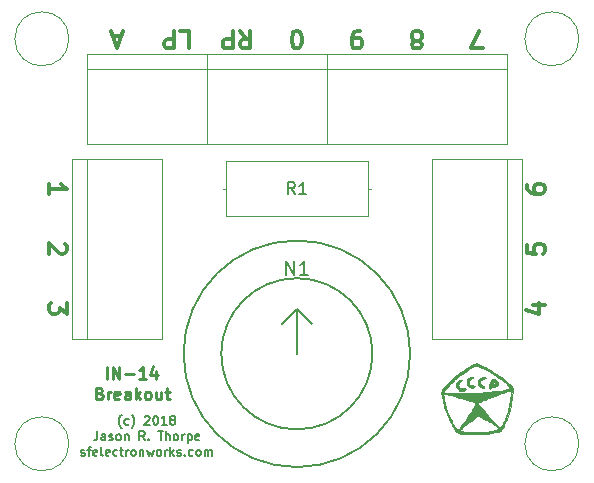
<source format=gbr>
G04 #@! TF.FileFunction,Legend,Top*
%FSLAX46Y46*%
G04 Gerber Fmt 4.6, Leading zero omitted, Abs format (unit mm)*
G04 Created by KiCad (PCBNEW 4.0.7) date Tuesday, March 20, 2018 'PMt' 03:31:39 PM*
%MOMM*%
%LPD*%
G01*
G04 APERTURE LIST*
%ADD10C,0.100000*%
%ADD11C,0.187500*%
%ADD12C,0.250000*%
%ADD13C,0.300000*%
%ADD14C,0.120000*%
%ADD15C,0.150000*%
%ADD16C,0.010000*%
G04 APERTURE END LIST*
D10*
D11*
X137557142Y-91387500D02*
X137521428Y-91351786D01*
X137449999Y-91244643D01*
X137414285Y-91173214D01*
X137378571Y-91066071D01*
X137342856Y-90887500D01*
X137342856Y-90744643D01*
X137378571Y-90566071D01*
X137414285Y-90458929D01*
X137449999Y-90387500D01*
X137521428Y-90280357D01*
X137557142Y-90244643D01*
X138164285Y-91066071D02*
X138092856Y-91101786D01*
X137949999Y-91101786D01*
X137878571Y-91066071D01*
X137842856Y-91030357D01*
X137807142Y-90958929D01*
X137807142Y-90744643D01*
X137842856Y-90673214D01*
X137878571Y-90637500D01*
X137949999Y-90601786D01*
X138092856Y-90601786D01*
X138164285Y-90637500D01*
X138414285Y-91387500D02*
X138449999Y-91351786D01*
X138521428Y-91244643D01*
X138557142Y-91173214D01*
X138592856Y-91066071D01*
X138628571Y-90887500D01*
X138628571Y-90744643D01*
X138592856Y-90566071D01*
X138557142Y-90458929D01*
X138521428Y-90387500D01*
X138449999Y-90280357D01*
X138414285Y-90244643D01*
X139521428Y-90423214D02*
X139557142Y-90387500D01*
X139628571Y-90351786D01*
X139807142Y-90351786D01*
X139878571Y-90387500D01*
X139914285Y-90423214D01*
X139950000Y-90494643D01*
X139950000Y-90566071D01*
X139914285Y-90673214D01*
X139485714Y-91101786D01*
X139950000Y-91101786D01*
X140414286Y-90351786D02*
X140485714Y-90351786D01*
X140557143Y-90387500D01*
X140592857Y-90423214D01*
X140628571Y-90494643D01*
X140664286Y-90637500D01*
X140664286Y-90816071D01*
X140628571Y-90958929D01*
X140592857Y-91030357D01*
X140557143Y-91066071D01*
X140485714Y-91101786D01*
X140414286Y-91101786D01*
X140342857Y-91066071D01*
X140307143Y-91030357D01*
X140271428Y-90958929D01*
X140235714Y-90816071D01*
X140235714Y-90637500D01*
X140271428Y-90494643D01*
X140307143Y-90423214D01*
X140342857Y-90387500D01*
X140414286Y-90351786D01*
X141378572Y-91101786D02*
X140950000Y-91101786D01*
X141164286Y-91101786D02*
X141164286Y-90351786D01*
X141092857Y-90458929D01*
X141021429Y-90530357D01*
X140950000Y-90566071D01*
X141807143Y-90673214D02*
X141735715Y-90637500D01*
X141700000Y-90601786D01*
X141664286Y-90530357D01*
X141664286Y-90494643D01*
X141700000Y-90423214D01*
X141735715Y-90387500D01*
X141807143Y-90351786D01*
X141950000Y-90351786D01*
X142021429Y-90387500D01*
X142057143Y-90423214D01*
X142092858Y-90494643D01*
X142092858Y-90530357D01*
X142057143Y-90601786D01*
X142021429Y-90637500D01*
X141950000Y-90673214D01*
X141807143Y-90673214D01*
X141735715Y-90708929D01*
X141700000Y-90744643D01*
X141664286Y-90816071D01*
X141664286Y-90958929D01*
X141700000Y-91030357D01*
X141735715Y-91066071D01*
X141807143Y-91101786D01*
X141950000Y-91101786D01*
X142021429Y-91066071D01*
X142057143Y-91030357D01*
X142092858Y-90958929D01*
X142092858Y-90816071D01*
X142057143Y-90744643D01*
X142021429Y-90708929D01*
X141950000Y-90673214D01*
X135503572Y-91664286D02*
X135503572Y-92200000D01*
X135467858Y-92307143D01*
X135396429Y-92378571D01*
X135289286Y-92414286D01*
X135217858Y-92414286D01*
X136182144Y-92414286D02*
X136182144Y-92021429D01*
X136146430Y-91950000D01*
X136075001Y-91914286D01*
X135932144Y-91914286D01*
X135860715Y-91950000D01*
X136182144Y-92378571D02*
X136110715Y-92414286D01*
X135932144Y-92414286D01*
X135860715Y-92378571D01*
X135825001Y-92307143D01*
X135825001Y-92235714D01*
X135860715Y-92164286D01*
X135932144Y-92128571D01*
X136110715Y-92128571D01*
X136182144Y-92092857D01*
X136503572Y-92378571D02*
X136575001Y-92414286D01*
X136717858Y-92414286D01*
X136789286Y-92378571D01*
X136825001Y-92307143D01*
X136825001Y-92271429D01*
X136789286Y-92200000D01*
X136717858Y-92164286D01*
X136610715Y-92164286D01*
X136539286Y-92128571D01*
X136503572Y-92057143D01*
X136503572Y-92021429D01*
X136539286Y-91950000D01*
X136610715Y-91914286D01*
X136717858Y-91914286D01*
X136789286Y-91950000D01*
X137253572Y-92414286D02*
X137182144Y-92378571D01*
X137146429Y-92342857D01*
X137110715Y-92271429D01*
X137110715Y-92057143D01*
X137146429Y-91985714D01*
X137182144Y-91950000D01*
X137253572Y-91914286D01*
X137360715Y-91914286D01*
X137432144Y-91950000D01*
X137467858Y-91985714D01*
X137503572Y-92057143D01*
X137503572Y-92271429D01*
X137467858Y-92342857D01*
X137432144Y-92378571D01*
X137360715Y-92414286D01*
X137253572Y-92414286D01*
X137825000Y-91914286D02*
X137825000Y-92414286D01*
X137825000Y-91985714D02*
X137860715Y-91950000D01*
X137932143Y-91914286D01*
X138039286Y-91914286D01*
X138110715Y-91950000D01*
X138146429Y-92021429D01*
X138146429Y-92414286D01*
X139503572Y-92414286D02*
X139253572Y-92057143D01*
X139075000Y-92414286D02*
X139075000Y-91664286D01*
X139360715Y-91664286D01*
X139432143Y-91700000D01*
X139467858Y-91735714D01*
X139503572Y-91807143D01*
X139503572Y-91914286D01*
X139467858Y-91985714D01*
X139432143Y-92021429D01*
X139360715Y-92057143D01*
X139075000Y-92057143D01*
X139825000Y-92342857D02*
X139860715Y-92378571D01*
X139825000Y-92414286D01*
X139789286Y-92378571D01*
X139825000Y-92342857D01*
X139825000Y-92414286D01*
X140646430Y-91664286D02*
X141075001Y-91664286D01*
X140860715Y-92414286D02*
X140860715Y-91664286D01*
X141325001Y-92414286D02*
X141325001Y-91664286D01*
X141646430Y-92414286D02*
X141646430Y-92021429D01*
X141610716Y-91950000D01*
X141539287Y-91914286D01*
X141432144Y-91914286D01*
X141360716Y-91950000D01*
X141325001Y-91985714D01*
X142110715Y-92414286D02*
X142039287Y-92378571D01*
X142003572Y-92342857D01*
X141967858Y-92271429D01*
X141967858Y-92057143D01*
X142003572Y-91985714D01*
X142039287Y-91950000D01*
X142110715Y-91914286D01*
X142217858Y-91914286D01*
X142289287Y-91950000D01*
X142325001Y-91985714D01*
X142360715Y-92057143D01*
X142360715Y-92271429D01*
X142325001Y-92342857D01*
X142289287Y-92378571D01*
X142217858Y-92414286D01*
X142110715Y-92414286D01*
X142682143Y-92414286D02*
X142682143Y-91914286D01*
X142682143Y-92057143D02*
X142717858Y-91985714D01*
X142753572Y-91950000D01*
X142825001Y-91914286D01*
X142896429Y-91914286D01*
X143146429Y-91914286D02*
X143146429Y-92664286D01*
X143146429Y-91950000D02*
X143217858Y-91914286D01*
X143360715Y-91914286D01*
X143432144Y-91950000D01*
X143467858Y-91985714D01*
X143503572Y-92057143D01*
X143503572Y-92271429D01*
X143467858Y-92342857D01*
X143432144Y-92378571D01*
X143360715Y-92414286D01*
X143217858Y-92414286D01*
X143146429Y-92378571D01*
X144110715Y-92378571D02*
X144039286Y-92414286D01*
X143896429Y-92414286D01*
X143825000Y-92378571D01*
X143789286Y-92307143D01*
X143789286Y-92021429D01*
X143825000Y-91950000D01*
X143896429Y-91914286D01*
X144039286Y-91914286D01*
X144110715Y-91950000D01*
X144146429Y-92021429D01*
X144146429Y-92092857D01*
X143789286Y-92164286D01*
X134128573Y-93691071D02*
X134200002Y-93726786D01*
X134342859Y-93726786D01*
X134414287Y-93691071D01*
X134450002Y-93619643D01*
X134450002Y-93583929D01*
X134414287Y-93512500D01*
X134342859Y-93476786D01*
X134235716Y-93476786D01*
X134164287Y-93441071D01*
X134128573Y-93369643D01*
X134128573Y-93333929D01*
X134164287Y-93262500D01*
X134235716Y-93226786D01*
X134342859Y-93226786D01*
X134414287Y-93262500D01*
X134664288Y-93226786D02*
X134950002Y-93226786D01*
X134771430Y-93726786D02*
X134771430Y-93083929D01*
X134807145Y-93012500D01*
X134878573Y-92976786D01*
X134950002Y-92976786D01*
X135485716Y-93691071D02*
X135414287Y-93726786D01*
X135271430Y-93726786D01*
X135200001Y-93691071D01*
X135164287Y-93619643D01*
X135164287Y-93333929D01*
X135200001Y-93262500D01*
X135271430Y-93226786D01*
X135414287Y-93226786D01*
X135485716Y-93262500D01*
X135521430Y-93333929D01*
X135521430Y-93405357D01*
X135164287Y-93476786D01*
X135950001Y-93726786D02*
X135878573Y-93691071D01*
X135842858Y-93619643D01*
X135842858Y-92976786D01*
X136521430Y-93691071D02*
X136450001Y-93726786D01*
X136307144Y-93726786D01*
X136235715Y-93691071D01*
X136200001Y-93619643D01*
X136200001Y-93333929D01*
X136235715Y-93262500D01*
X136307144Y-93226786D01*
X136450001Y-93226786D01*
X136521430Y-93262500D01*
X136557144Y-93333929D01*
X136557144Y-93405357D01*
X136200001Y-93476786D01*
X137200001Y-93691071D02*
X137128572Y-93726786D01*
X136985715Y-93726786D01*
X136914287Y-93691071D01*
X136878572Y-93655357D01*
X136842858Y-93583929D01*
X136842858Y-93369643D01*
X136878572Y-93298214D01*
X136914287Y-93262500D01*
X136985715Y-93226786D01*
X137128572Y-93226786D01*
X137200001Y-93262500D01*
X137414287Y-93226786D02*
X137700001Y-93226786D01*
X137521429Y-92976786D02*
X137521429Y-93619643D01*
X137557144Y-93691071D01*
X137628572Y-93726786D01*
X137700001Y-93726786D01*
X137950000Y-93726786D02*
X137950000Y-93226786D01*
X137950000Y-93369643D02*
X137985715Y-93298214D01*
X138021429Y-93262500D01*
X138092858Y-93226786D01*
X138164286Y-93226786D01*
X138521429Y-93726786D02*
X138450001Y-93691071D01*
X138414286Y-93655357D01*
X138378572Y-93583929D01*
X138378572Y-93369643D01*
X138414286Y-93298214D01*
X138450001Y-93262500D01*
X138521429Y-93226786D01*
X138628572Y-93226786D01*
X138700001Y-93262500D01*
X138735715Y-93298214D01*
X138771429Y-93369643D01*
X138771429Y-93583929D01*
X138735715Y-93655357D01*
X138700001Y-93691071D01*
X138628572Y-93726786D01*
X138521429Y-93726786D01*
X139092857Y-93226786D02*
X139092857Y-93726786D01*
X139092857Y-93298214D02*
X139128572Y-93262500D01*
X139200000Y-93226786D01*
X139307143Y-93226786D01*
X139378572Y-93262500D01*
X139414286Y-93333929D01*
X139414286Y-93726786D01*
X139700000Y-93226786D02*
X139842857Y-93726786D01*
X139985714Y-93369643D01*
X140128571Y-93726786D01*
X140271428Y-93226786D01*
X140664285Y-93726786D02*
X140592857Y-93691071D01*
X140557142Y-93655357D01*
X140521428Y-93583929D01*
X140521428Y-93369643D01*
X140557142Y-93298214D01*
X140592857Y-93262500D01*
X140664285Y-93226786D01*
X140771428Y-93226786D01*
X140842857Y-93262500D01*
X140878571Y-93298214D01*
X140914285Y-93369643D01*
X140914285Y-93583929D01*
X140878571Y-93655357D01*
X140842857Y-93691071D01*
X140771428Y-93726786D01*
X140664285Y-93726786D01*
X141235713Y-93726786D02*
X141235713Y-93226786D01*
X141235713Y-93369643D02*
X141271428Y-93298214D01*
X141307142Y-93262500D01*
X141378571Y-93226786D01*
X141449999Y-93226786D01*
X141699999Y-93726786D02*
X141699999Y-92976786D01*
X141771428Y-93441071D02*
X141985714Y-93726786D01*
X141985714Y-93226786D02*
X141699999Y-93512500D01*
X142271428Y-93691071D02*
X142342857Y-93726786D01*
X142485714Y-93726786D01*
X142557142Y-93691071D01*
X142592857Y-93619643D01*
X142592857Y-93583929D01*
X142557142Y-93512500D01*
X142485714Y-93476786D01*
X142378571Y-93476786D01*
X142307142Y-93441071D01*
X142271428Y-93369643D01*
X142271428Y-93333929D01*
X142307142Y-93262500D01*
X142378571Y-93226786D01*
X142485714Y-93226786D01*
X142557142Y-93262500D01*
X142914285Y-93655357D02*
X142950000Y-93691071D01*
X142914285Y-93726786D01*
X142878571Y-93691071D01*
X142914285Y-93655357D01*
X142914285Y-93726786D01*
X143592857Y-93691071D02*
X143521428Y-93726786D01*
X143378571Y-93726786D01*
X143307143Y-93691071D01*
X143271428Y-93655357D01*
X143235714Y-93583929D01*
X143235714Y-93369643D01*
X143271428Y-93298214D01*
X143307143Y-93262500D01*
X143378571Y-93226786D01*
X143521428Y-93226786D01*
X143592857Y-93262500D01*
X144021428Y-93726786D02*
X143950000Y-93691071D01*
X143914285Y-93655357D01*
X143878571Y-93583929D01*
X143878571Y-93369643D01*
X143914285Y-93298214D01*
X143950000Y-93262500D01*
X144021428Y-93226786D01*
X144128571Y-93226786D01*
X144200000Y-93262500D01*
X144235714Y-93298214D01*
X144271428Y-93369643D01*
X144271428Y-93583929D01*
X144235714Y-93655357D01*
X144200000Y-93691071D01*
X144128571Y-93726786D01*
X144021428Y-93726786D01*
X144592856Y-93726786D02*
X144592856Y-93226786D01*
X144592856Y-93298214D02*
X144628571Y-93262500D01*
X144699999Y-93226786D01*
X144807142Y-93226786D01*
X144878571Y-93262500D01*
X144914285Y-93333929D01*
X144914285Y-93726786D01*
X144914285Y-93333929D02*
X144949999Y-93262500D01*
X145021428Y-93226786D01*
X145128571Y-93226786D01*
X145199999Y-93262500D01*
X145235714Y-93333929D01*
X145235714Y-93726786D01*
D12*
X136334762Y-87207381D02*
X136334762Y-86207381D01*
X136810952Y-87207381D02*
X136810952Y-86207381D01*
X137382381Y-87207381D01*
X137382381Y-86207381D01*
X137858571Y-86826429D02*
X138620476Y-86826429D01*
X139620476Y-87207381D02*
X139049047Y-87207381D01*
X139334761Y-87207381D02*
X139334761Y-86207381D01*
X139239523Y-86350238D01*
X139144285Y-86445476D01*
X139049047Y-86493095D01*
X140477619Y-86540714D02*
X140477619Y-87207381D01*
X140239523Y-86159762D02*
X140001428Y-86874048D01*
X140620476Y-86874048D01*
X135715714Y-88433571D02*
X135858571Y-88481190D01*
X135906190Y-88528810D01*
X135953809Y-88624048D01*
X135953809Y-88766905D01*
X135906190Y-88862143D01*
X135858571Y-88909762D01*
X135763333Y-88957381D01*
X135382380Y-88957381D01*
X135382380Y-87957381D01*
X135715714Y-87957381D01*
X135810952Y-88005000D01*
X135858571Y-88052619D01*
X135906190Y-88147857D01*
X135906190Y-88243095D01*
X135858571Y-88338333D01*
X135810952Y-88385952D01*
X135715714Y-88433571D01*
X135382380Y-88433571D01*
X136382380Y-88957381D02*
X136382380Y-88290714D01*
X136382380Y-88481190D02*
X136429999Y-88385952D01*
X136477618Y-88338333D01*
X136572856Y-88290714D01*
X136668095Y-88290714D01*
X137382381Y-88909762D02*
X137287143Y-88957381D01*
X137096666Y-88957381D01*
X137001428Y-88909762D01*
X136953809Y-88814524D01*
X136953809Y-88433571D01*
X137001428Y-88338333D01*
X137096666Y-88290714D01*
X137287143Y-88290714D01*
X137382381Y-88338333D01*
X137430000Y-88433571D01*
X137430000Y-88528810D01*
X136953809Y-88624048D01*
X138287143Y-88957381D02*
X138287143Y-88433571D01*
X138239524Y-88338333D01*
X138144286Y-88290714D01*
X137953809Y-88290714D01*
X137858571Y-88338333D01*
X138287143Y-88909762D02*
X138191905Y-88957381D01*
X137953809Y-88957381D01*
X137858571Y-88909762D01*
X137810952Y-88814524D01*
X137810952Y-88719286D01*
X137858571Y-88624048D01*
X137953809Y-88576429D01*
X138191905Y-88576429D01*
X138287143Y-88528810D01*
X138763333Y-88957381D02*
X138763333Y-87957381D01*
X138858571Y-88576429D02*
X139144286Y-88957381D01*
X139144286Y-88290714D02*
X138763333Y-88671667D01*
X139715714Y-88957381D02*
X139620476Y-88909762D01*
X139572857Y-88862143D01*
X139525238Y-88766905D01*
X139525238Y-88481190D01*
X139572857Y-88385952D01*
X139620476Y-88338333D01*
X139715714Y-88290714D01*
X139858572Y-88290714D01*
X139953810Y-88338333D01*
X140001429Y-88385952D01*
X140049048Y-88481190D01*
X140049048Y-88766905D01*
X140001429Y-88862143D01*
X139953810Y-88909762D01*
X139858572Y-88957381D01*
X139715714Y-88957381D01*
X140906191Y-88290714D02*
X140906191Y-88957381D01*
X140477619Y-88290714D02*
X140477619Y-88814524D01*
X140525238Y-88909762D01*
X140620476Y-88957381D01*
X140763334Y-88957381D01*
X140858572Y-88909762D01*
X140906191Y-88862143D01*
X141239524Y-88290714D02*
X141620476Y-88290714D01*
X141382381Y-87957381D02*
X141382381Y-88814524D01*
X141430000Y-88909762D01*
X141525238Y-88957381D01*
X141620476Y-88957381D01*
D13*
X137517143Y-58170000D02*
X136802857Y-58170000D01*
X137660000Y-57741429D02*
X137160000Y-59241429D01*
X136660000Y-57741429D01*
X142525714Y-57741429D02*
X143240000Y-57741429D01*
X143240000Y-59241429D01*
X142025714Y-57741429D02*
X142025714Y-59241429D01*
X141454286Y-59241429D01*
X141311428Y-59170000D01*
X141240000Y-59098571D01*
X141168571Y-58955714D01*
X141168571Y-58741429D01*
X141240000Y-58598571D01*
X141311428Y-58527143D01*
X141454286Y-58455714D01*
X142025714Y-58455714D01*
X147605714Y-57741429D02*
X148105714Y-58455714D01*
X148462857Y-57741429D02*
X148462857Y-59241429D01*
X147891429Y-59241429D01*
X147748571Y-59170000D01*
X147677143Y-59098571D01*
X147605714Y-58955714D01*
X147605714Y-58741429D01*
X147677143Y-58598571D01*
X147748571Y-58527143D01*
X147891429Y-58455714D01*
X148462857Y-58455714D01*
X146962857Y-57741429D02*
X146962857Y-59241429D01*
X146391429Y-59241429D01*
X146248571Y-59170000D01*
X146177143Y-59098571D01*
X146105714Y-58955714D01*
X146105714Y-58741429D01*
X146177143Y-58598571D01*
X146248571Y-58527143D01*
X146391429Y-58455714D01*
X146962857Y-58455714D01*
X152471428Y-59241429D02*
X152328571Y-59241429D01*
X152185714Y-59170000D01*
X152114285Y-59098571D01*
X152042856Y-58955714D01*
X151971428Y-58670000D01*
X151971428Y-58312857D01*
X152042856Y-58027143D01*
X152114285Y-57884286D01*
X152185714Y-57812857D01*
X152328571Y-57741429D01*
X152471428Y-57741429D01*
X152614285Y-57812857D01*
X152685714Y-57884286D01*
X152757142Y-58027143D01*
X152828571Y-58312857D01*
X152828571Y-58670000D01*
X152757142Y-58955714D01*
X152685714Y-59098571D01*
X152614285Y-59170000D01*
X152471428Y-59241429D01*
X157765714Y-57741429D02*
X157479999Y-57741429D01*
X157337142Y-57812857D01*
X157265714Y-57884286D01*
X157122856Y-58098571D01*
X157051428Y-58384286D01*
X157051428Y-58955714D01*
X157122856Y-59098571D01*
X157194285Y-59170000D01*
X157337142Y-59241429D01*
X157622856Y-59241429D01*
X157765714Y-59170000D01*
X157837142Y-59098571D01*
X157908571Y-58955714D01*
X157908571Y-58598571D01*
X157837142Y-58455714D01*
X157765714Y-58384286D01*
X157622856Y-58312857D01*
X157337142Y-58312857D01*
X157194285Y-58384286D01*
X157122856Y-58455714D01*
X157051428Y-58598571D01*
X162702856Y-58598571D02*
X162845714Y-58670000D01*
X162917142Y-58741429D01*
X162988571Y-58884286D01*
X162988571Y-58955714D01*
X162917142Y-59098571D01*
X162845714Y-59170000D01*
X162702856Y-59241429D01*
X162417142Y-59241429D01*
X162274285Y-59170000D01*
X162202856Y-59098571D01*
X162131428Y-58955714D01*
X162131428Y-58884286D01*
X162202856Y-58741429D01*
X162274285Y-58670000D01*
X162417142Y-58598571D01*
X162702856Y-58598571D01*
X162845714Y-58527143D01*
X162917142Y-58455714D01*
X162988571Y-58312857D01*
X162988571Y-58027143D01*
X162917142Y-57884286D01*
X162845714Y-57812857D01*
X162702856Y-57741429D01*
X162417142Y-57741429D01*
X162274285Y-57812857D01*
X162202856Y-57884286D01*
X162131428Y-58027143D01*
X162131428Y-58312857D01*
X162202856Y-58455714D01*
X162274285Y-58527143D01*
X162417142Y-58598571D01*
X168139999Y-59241429D02*
X167139999Y-59241429D01*
X167782856Y-57741429D01*
X171898571Y-70834285D02*
X171898571Y-71119999D01*
X171970000Y-71262856D01*
X172041429Y-71334285D01*
X172255714Y-71477142D01*
X172541429Y-71548571D01*
X173112857Y-71548571D01*
X173255714Y-71477142D01*
X173327143Y-71405714D01*
X173398571Y-71262856D01*
X173398571Y-70977142D01*
X173327143Y-70834285D01*
X173255714Y-70762856D01*
X173112857Y-70691428D01*
X172755714Y-70691428D01*
X172612857Y-70762856D01*
X172541429Y-70834285D01*
X172470000Y-70977142D01*
X172470000Y-71262856D01*
X172541429Y-71405714D01*
X172612857Y-71477142D01*
X172755714Y-71548571D01*
X171898571Y-75842856D02*
X171898571Y-76557142D01*
X172612857Y-76628571D01*
X172541429Y-76557142D01*
X172470000Y-76414285D01*
X172470000Y-76057142D01*
X172541429Y-75914285D01*
X172612857Y-75842856D01*
X172755714Y-75771428D01*
X173112857Y-75771428D01*
X173255714Y-75842856D01*
X173327143Y-75914285D01*
X173398571Y-76057142D01*
X173398571Y-76414285D01*
X173327143Y-76557142D01*
X173255714Y-76628571D01*
X172398571Y-80994285D02*
X173398571Y-80994285D01*
X171827143Y-81351428D02*
X172898571Y-81708571D01*
X172898571Y-80779999D01*
X132901429Y-80780001D02*
X132901429Y-81708572D01*
X132330000Y-81208572D01*
X132330000Y-81422858D01*
X132258571Y-81565715D01*
X132187143Y-81637144D01*
X132044286Y-81708572D01*
X131687143Y-81708572D01*
X131544286Y-81637144D01*
X131472857Y-81565715D01*
X131401429Y-81422858D01*
X131401429Y-80994286D01*
X131472857Y-80851429D01*
X131544286Y-80780001D01*
X132758571Y-75771429D02*
X132830000Y-75842858D01*
X132901429Y-75985715D01*
X132901429Y-76342858D01*
X132830000Y-76485715D01*
X132758571Y-76557144D01*
X132615714Y-76628572D01*
X132472857Y-76628572D01*
X132258571Y-76557144D01*
X131401429Y-75700001D01*
X131401429Y-76628572D01*
X131401429Y-71548572D02*
X131401429Y-70691429D01*
X131401429Y-71120001D02*
X132901429Y-71120001D01*
X132687143Y-70977144D01*
X132544286Y-70834286D01*
X132472857Y-70691429D01*
D14*
X133096000Y-58420000D02*
G75*
G03X133096000Y-58420000I-2286000J0D01*
G01*
X133096000Y-92710000D02*
G75*
G03X133096000Y-92710000I-2286000J0D01*
G01*
X176276000Y-92710000D02*
G75*
G03X176276000Y-92710000I-2286000J0D01*
G01*
X133350000Y-68580000D02*
X140970000Y-68580000D01*
X133350000Y-83820000D02*
X140970000Y-83820000D01*
X134620000Y-68580000D02*
X134620000Y-83820000D01*
X140970000Y-68580000D02*
X140970000Y-83820000D01*
X133350000Y-68580000D02*
X133350000Y-83820000D01*
X171450000Y-83820000D02*
X163830000Y-83820000D01*
X171450000Y-68580000D02*
X163830000Y-68580000D01*
X170180000Y-83820000D02*
X170180000Y-68580000D01*
X163830000Y-83820000D02*
X163830000Y-68580000D01*
X171450000Y-83820000D02*
X171450000Y-68580000D01*
X170180000Y-59690000D02*
X170180000Y-67310000D01*
X154940000Y-59690000D02*
X154940000Y-67310000D01*
X170180000Y-60960000D02*
X154940000Y-60960000D01*
X170180000Y-67310000D02*
X154940000Y-67310000D01*
X170180000Y-59690000D02*
X154940000Y-59690000D01*
X144780000Y-60960000D02*
X154940000Y-60960000D01*
X144780000Y-59690000D02*
X144780000Y-67310000D01*
X144780000Y-67310000D02*
X154940000Y-67310000D01*
X154940000Y-67310000D02*
X154940000Y-59690000D01*
X154940000Y-59690000D02*
X144780000Y-59690000D01*
X134620000Y-60960000D02*
X144780000Y-60960000D01*
X134620000Y-59690000D02*
X134620000Y-67310000D01*
X134620000Y-67310000D02*
X144780000Y-67310000D01*
X144780000Y-67310000D02*
X144780000Y-59690000D01*
X144780000Y-59690000D02*
X134620000Y-59690000D01*
D15*
X152400000Y-81280000D02*
X153670000Y-82550000D01*
X152400000Y-81280000D02*
X151130000Y-82550000D01*
X152400000Y-81280000D02*
X152400000Y-85090000D01*
X161992398Y-85090000D02*
G75*
G03X161992398Y-85090000I-9592398J0D01*
G01*
X158800000Y-85090000D02*
G75*
G03X158800000Y-85090000I-6400000J0D01*
G01*
D14*
X146390000Y-68810000D02*
X146390000Y-73430000D01*
X146390000Y-73430000D02*
X158410000Y-73430000D01*
X158410000Y-73430000D02*
X158410000Y-68810000D01*
X158410000Y-68810000D02*
X146390000Y-68810000D01*
X146160000Y-71120000D02*
X146390000Y-71120000D01*
X158640000Y-71120000D02*
X158410000Y-71120000D01*
X176276000Y-58420000D02*
G75*
G03X176276000Y-58420000I-2286000J0D01*
G01*
D16*
G36*
X167650314Y-85908908D02*
X167760241Y-85951062D01*
X167917557Y-86022371D01*
X168107202Y-86115026D01*
X168314113Y-86221220D01*
X168523229Y-86333143D01*
X168719486Y-86442986D01*
X168887824Y-86542942D01*
X168952924Y-86584225D01*
X169103967Y-86682589D01*
X169242418Y-86772341D01*
X169351229Y-86842452D01*
X169406496Y-86877626D01*
X169550747Y-86971924D01*
X169697929Y-87074582D01*
X169828511Y-87171441D01*
X169922966Y-87248340D01*
X169941497Y-87265557D01*
X170003687Y-87322822D01*
X170103307Y-87410486D01*
X170222030Y-87512493D01*
X170261226Y-87545679D01*
X170387253Y-87658751D01*
X170503124Y-87774473D01*
X170587989Y-87871730D01*
X170601894Y-87890651D01*
X170648216Y-87962737D01*
X170675288Y-88028106D01*
X170686694Y-88107784D01*
X170686016Y-88222796D01*
X170679625Y-88346774D01*
X170657226Y-88596136D01*
X170618602Y-88876551D01*
X170566534Y-89176739D01*
X170503806Y-89485422D01*
X170433200Y-89791320D01*
X170357499Y-90083154D01*
X170279486Y-90349644D01*
X170201943Y-90579512D01*
X170127653Y-90761478D01*
X170059399Y-90884263D01*
X170050779Y-90895715D01*
X170012489Y-90964326D01*
X169971032Y-91066879D01*
X169961521Y-91095286D01*
X169918807Y-91205638D01*
X169857943Y-91334766D01*
X169789719Y-91462780D01*
X169724922Y-91569790D01*
X169674341Y-91635906D01*
X169663423Y-91644873D01*
X169614797Y-91660557D01*
X169510056Y-91686127D01*
X169364413Y-91718095D01*
X169193083Y-91752970D01*
X169186101Y-91754339D01*
X168461349Y-91868047D01*
X167749767Y-91920798D01*
X167027733Y-91914190D01*
X166914286Y-91908011D01*
X166568068Y-91879750D01*
X166288266Y-91840823D01*
X166076776Y-91791563D01*
X165946250Y-91738579D01*
X165893150Y-91687550D01*
X165819900Y-91589823D01*
X165792221Y-91546287D01*
X166232715Y-91546287D01*
X166241595Y-91609321D01*
X166288357Y-91643105D01*
X166373974Y-91665235D01*
X166520336Y-91683912D01*
X166715688Y-91698957D01*
X166948277Y-91710187D01*
X167206351Y-91717423D01*
X167478156Y-91720484D01*
X167751938Y-91719191D01*
X168015944Y-91713361D01*
X168258421Y-91702814D01*
X168467616Y-91687371D01*
X168554792Y-91677915D01*
X168727874Y-91654118D01*
X168878856Y-91629073D01*
X168990509Y-91605910D01*
X169043270Y-91589183D01*
X169123935Y-91558788D01*
X169231599Y-91533469D01*
X169241997Y-91531737D01*
X169373400Y-91491161D01*
X169438253Y-91427692D01*
X169435226Y-91350265D01*
X169362988Y-91267817D01*
X169288283Y-91220916D01*
X169158736Y-91147455D01*
X169018772Y-91059849D01*
X168892037Y-90973606D01*
X168802180Y-90904229D01*
X168793907Y-90896761D01*
X168732385Y-90853355D01*
X168623950Y-90789599D01*
X168487276Y-90716197D01*
X168415501Y-90679875D01*
X168262100Y-90601342D01*
X168118171Y-90523294D01*
X168006938Y-90458480D01*
X167976024Y-90438588D01*
X167835808Y-90367986D01*
X167715855Y-90356621D01*
X167633520Y-90397718D01*
X167584560Y-90437239D01*
X167490968Y-90506718D01*
X167367933Y-90595026D01*
X167277143Y-90658801D01*
X167110008Y-90778241D01*
X166937322Y-90906884D01*
X166770494Y-91035650D01*
X166620931Y-91155464D01*
X166500044Y-91257246D01*
X166419240Y-91331919D01*
X166393371Y-91362004D01*
X166341696Y-91424033D01*
X166293585Y-91469853D01*
X166232715Y-91546287D01*
X165792221Y-91546287D01*
X165739449Y-91463286D01*
X165710536Y-91412905D01*
X165634323Y-91276756D01*
X165567048Y-91157819D01*
X165519830Y-91075712D01*
X165509915Y-91059000D01*
X165457995Y-90965635D01*
X165432247Y-90913858D01*
X165401720Y-90849864D01*
X165348494Y-90739869D01*
X165281848Y-90603014D01*
X165249261Y-90536354D01*
X165183629Y-90396386D01*
X165132652Y-90276472D01*
X165103696Y-90194490D01*
X165099776Y-90173497D01*
X165082998Y-90102718D01*
X165042698Y-90010924D01*
X165040434Y-90006715D01*
X165007782Y-89938721D01*
X164975082Y-89851101D01*
X164938246Y-89730621D01*
X164893183Y-89564049D01*
X164844199Y-89371715D01*
X164809870Y-89242949D01*
X164765606Y-89087466D01*
X164736731Y-88990715D01*
X164681513Y-88771983D01*
X164648093Y-88557266D01*
X164645137Y-88500857D01*
X164801260Y-88500857D01*
X164821596Y-88727643D01*
X164844962Y-88934335D01*
X164875362Y-89125065D01*
X164909378Y-89281756D01*
X164943592Y-89386326D01*
X164947747Y-89394900D01*
X164976322Y-89469241D01*
X165009547Y-89581754D01*
X165025135Y-89643857D01*
X165067853Y-89789999D01*
X165126121Y-89947645D01*
X165151777Y-90006715D01*
X165215305Y-90155269D01*
X165276666Y-90316565D01*
X165296426Y-90374376D01*
X165344353Y-90493416D01*
X165399546Y-90590866D01*
X165428070Y-90624928D01*
X165481945Y-90690559D01*
X165499143Y-90737522D01*
X165519366Y-90820235D01*
X165573295Y-90936642D01*
X165650816Y-91071822D01*
X165741817Y-91210851D01*
X165836185Y-91338805D01*
X165923807Y-91440762D01*
X165994571Y-91501798D01*
X166024354Y-91512572D01*
X166075177Y-91487152D01*
X166148781Y-91422822D01*
X166184812Y-91384309D01*
X166252056Y-91298394D01*
X166292324Y-91228935D01*
X166297428Y-91209206D01*
X166321952Y-91154219D01*
X166381644Y-91083368D01*
X166388143Y-91077143D01*
X166449656Y-91010118D01*
X166478545Y-90960455D01*
X166478857Y-90957287D01*
X166501423Y-90912364D01*
X166558994Y-90836121D01*
X166601678Y-90786705D01*
X166694792Y-90670788D01*
X166789385Y-90533555D01*
X166825604Y-90473879D01*
X166905415Y-90347070D01*
X167007113Y-90202304D01*
X167083783Y-90102332D01*
X167162816Y-89998280D01*
X167219232Y-89912361D01*
X167240857Y-89863119D01*
X167240857Y-89863029D01*
X167259485Y-89812398D01*
X167308582Y-89720537D01*
X167377963Y-89606333D01*
X167386000Y-89593830D01*
X167479968Y-89437069D01*
X167524571Y-89324328D01*
X167523231Y-89308858D01*
X167748857Y-89308858D01*
X167758801Y-89338954D01*
X167792174Y-89391470D01*
X167854285Y-89473170D01*
X167950445Y-89590822D01*
X168085962Y-89751190D01*
X168204941Y-89889994D01*
X168328245Y-90035257D01*
X168449812Y-90181779D01*
X168551793Y-90307904D01*
X168594935Y-90363179D01*
X168681557Y-90467923D01*
X168800738Y-90600541D01*
X168932376Y-90738969D01*
X168991663Y-90798607D01*
X169119361Y-90926612D01*
X169242007Y-91052460D01*
X169340848Y-91156792D01*
X169375688Y-91195072D01*
X169480332Y-91292955D01*
X169568435Y-91324285D01*
X169651025Y-91289640D01*
X169721757Y-91213215D01*
X169787303Y-91110198D01*
X169832387Y-91009439D01*
X169836480Y-90995158D01*
X169864723Y-90915650D01*
X169892387Y-90875920D01*
X169934577Y-90823331D01*
X169990992Y-90716731D01*
X170055343Y-90571719D01*
X170121340Y-90403895D01*
X170182694Y-90228859D01*
X170233114Y-90062210D01*
X170254182Y-89978578D01*
X170294656Y-89805607D01*
X170336128Y-89635721D01*
X170371501Y-89497767D01*
X170381110Y-89462429D01*
X170442083Y-89192580D01*
X170488086Y-88885504D01*
X170514219Y-88575847D01*
X170517108Y-88500857D01*
X170520001Y-88362375D01*
X170515664Y-88280503D01*
X170499008Y-88239311D01*
X170464940Y-88222871D01*
X170426507Y-88217385D01*
X170343619Y-88224144D01*
X170220320Y-88252728D01*
X170083152Y-88296972D01*
X170081792Y-88297476D01*
X169778525Y-88410206D01*
X169535931Y-88501047D01*
X169346489Y-88572924D01*
X169202675Y-88628764D01*
X169096967Y-88671494D01*
X169021842Y-88704040D01*
X168969779Y-88729330D01*
X168964429Y-88732174D01*
X168877272Y-88772504D01*
X168813744Y-88790822D01*
X168811185Y-88790920D01*
X168753409Y-88805234D01*
X168658792Y-88841148D01*
X168611613Y-88861739D01*
X168502022Y-88909231D01*
X168353533Y-88970529D01*
X168195111Y-89033717D01*
X168167590Y-89044443D01*
X167961812Y-89132331D01*
X167825842Y-89209449D01*
X167757897Y-89276922D01*
X167748857Y-89308858D01*
X167523231Y-89308858D01*
X167517657Y-89244518D01*
X167457079Y-89186549D01*
X167340685Y-89139331D01*
X167295286Y-89125810D01*
X167199086Y-89098086D01*
X167055495Y-89056255D01*
X166886712Y-89006798D01*
X166769143Y-88972196D01*
X166578949Y-88917011D01*
X166382279Y-88861433D01*
X166208908Y-88813817D01*
X166134143Y-88794015D01*
X165987017Y-88754524D01*
X165799820Y-88702353D01*
X165601963Y-88645763D01*
X165495096Y-88614521D01*
X165320499Y-88567153D01*
X165154651Y-88529454D01*
X165019853Y-88506124D01*
X164955655Y-88500857D01*
X164801260Y-88500857D01*
X164645137Y-88500857D01*
X164638014Y-88364982D01*
X164648432Y-88258434D01*
X164824183Y-88258434D01*
X164825663Y-88329786D01*
X164887276Y-88372732D01*
X165012680Y-88389273D01*
X165063714Y-88389377D01*
X165177637Y-88388843D01*
X165335712Y-88390238D01*
X165525566Y-88393233D01*
X165734830Y-88397500D01*
X165951130Y-88402708D01*
X166162097Y-88408530D01*
X166355358Y-88414636D01*
X166518541Y-88420698D01*
X166639277Y-88426387D01*
X166705192Y-88431374D01*
X166713617Y-88433237D01*
X166755153Y-88439695D01*
X166853740Y-88443523D01*
X166993919Y-88444969D01*
X167160225Y-88444282D01*
X167337199Y-88441708D01*
X167509377Y-88437496D01*
X167661299Y-88431892D01*
X167777501Y-88425146D01*
X167842522Y-88417503D01*
X167849799Y-88415035D01*
X167906657Y-88399891D01*
X168031276Y-88381253D01*
X168218958Y-88359619D01*
X168465002Y-88335483D01*
X168764709Y-88309344D01*
X169109571Y-88281985D01*
X169432633Y-88250955D01*
X169724733Y-88210174D01*
X169974035Y-88161762D01*
X170168706Y-88107841D01*
X170243500Y-88078742D01*
X170336625Y-88015486D01*
X170365325Y-87935731D01*
X170328972Y-87835773D01*
X170226941Y-87711909D01*
X170172556Y-87659407D01*
X170073678Y-87572875D01*
X169992316Y-87510430D01*
X169945308Y-87484932D01*
X169944063Y-87484857D01*
X169898865Y-87460549D01*
X169823778Y-87397830D01*
X169761007Y-87336640D01*
X169649971Y-87236346D01*
X169528556Y-87147628D01*
X169472429Y-87114934D01*
X169357841Y-87048086D01*
X169255445Y-86974343D01*
X169236571Y-86957974D01*
X169146312Y-86888596D01*
X169030046Y-86815828D01*
X168991462Y-86794922D01*
X168896497Y-86741912D01*
X168831749Y-86698241D01*
X168818156Y-86684745D01*
X168775027Y-86643628D01*
X168693525Y-86583383D01*
X168596038Y-86518667D01*
X168504950Y-86464136D01*
X168442647Y-86434444D01*
X168432983Y-86432572D01*
X168384609Y-86417859D01*
X168288845Y-86378672D01*
X168163487Y-86322442D01*
X168117302Y-86300769D01*
X167915702Y-86207339D01*
X167765069Y-86144230D01*
X167652292Y-86107694D01*
X167564262Y-86093984D01*
X167487867Y-86099351D01*
X167446447Y-86108969D01*
X167348950Y-86147115D01*
X167280094Y-86193448D01*
X167276627Y-86197336D01*
X167218249Y-86242929D01*
X167188328Y-86251143D01*
X167139311Y-86271828D01*
X167052105Y-86326150D01*
X166945267Y-86402515D01*
X166941514Y-86405357D01*
X166798544Y-86508890D01*
X166640721Y-86615797D01*
X166537247Y-86681375D01*
X166401859Y-86771118D01*
X166248828Y-86883979D01*
X166126290Y-86982999D01*
X165985849Y-87103423D01*
X165832133Y-87235363D01*
X165718596Y-87332910D01*
X165591660Y-87446600D01*
X165448904Y-87581826D01*
X165300385Y-87728180D01*
X165156160Y-87875257D01*
X165026286Y-88012649D01*
X164920819Y-88129951D01*
X164849816Y-88216755D01*
X164824183Y-88258434D01*
X164648432Y-88258434D01*
X164652821Y-88213548D01*
X164667506Y-88164879D01*
X164716180Y-88087307D01*
X164810620Y-87972094D01*
X164941244Y-87828535D01*
X165098471Y-87665928D01*
X165272719Y-87493569D01*
X165454405Y-87320754D01*
X165633949Y-87156780D01*
X165801768Y-87010943D01*
X165948280Y-86892540D01*
X166061571Y-86812322D01*
X166163655Y-86741751D01*
X166272520Y-86657217D01*
X166287682Y-86644510D01*
X166434959Y-86529653D01*
X166610956Y-86408656D01*
X166803985Y-86287827D01*
X167002359Y-86173475D01*
X167194390Y-86071910D01*
X167368392Y-85989441D01*
X167512677Y-85932378D01*
X167615557Y-85907029D01*
X167650314Y-85908908D01*
X167650314Y-85908908D01*
G37*
X167650314Y-85908908D02*
X167760241Y-85951062D01*
X167917557Y-86022371D01*
X168107202Y-86115026D01*
X168314113Y-86221220D01*
X168523229Y-86333143D01*
X168719486Y-86442986D01*
X168887824Y-86542942D01*
X168952924Y-86584225D01*
X169103967Y-86682589D01*
X169242418Y-86772341D01*
X169351229Y-86842452D01*
X169406496Y-86877626D01*
X169550747Y-86971924D01*
X169697929Y-87074582D01*
X169828511Y-87171441D01*
X169922966Y-87248340D01*
X169941497Y-87265557D01*
X170003687Y-87322822D01*
X170103307Y-87410486D01*
X170222030Y-87512493D01*
X170261226Y-87545679D01*
X170387253Y-87658751D01*
X170503124Y-87774473D01*
X170587989Y-87871730D01*
X170601894Y-87890651D01*
X170648216Y-87962737D01*
X170675288Y-88028106D01*
X170686694Y-88107784D01*
X170686016Y-88222796D01*
X170679625Y-88346774D01*
X170657226Y-88596136D01*
X170618602Y-88876551D01*
X170566534Y-89176739D01*
X170503806Y-89485422D01*
X170433200Y-89791320D01*
X170357499Y-90083154D01*
X170279486Y-90349644D01*
X170201943Y-90579512D01*
X170127653Y-90761478D01*
X170059399Y-90884263D01*
X170050779Y-90895715D01*
X170012489Y-90964326D01*
X169971032Y-91066879D01*
X169961521Y-91095286D01*
X169918807Y-91205638D01*
X169857943Y-91334766D01*
X169789719Y-91462780D01*
X169724922Y-91569790D01*
X169674341Y-91635906D01*
X169663423Y-91644873D01*
X169614797Y-91660557D01*
X169510056Y-91686127D01*
X169364413Y-91718095D01*
X169193083Y-91752970D01*
X169186101Y-91754339D01*
X168461349Y-91868047D01*
X167749767Y-91920798D01*
X167027733Y-91914190D01*
X166914286Y-91908011D01*
X166568068Y-91879750D01*
X166288266Y-91840823D01*
X166076776Y-91791563D01*
X165946250Y-91738579D01*
X165893150Y-91687550D01*
X165819900Y-91589823D01*
X165792221Y-91546287D01*
X166232715Y-91546287D01*
X166241595Y-91609321D01*
X166288357Y-91643105D01*
X166373974Y-91665235D01*
X166520336Y-91683912D01*
X166715688Y-91698957D01*
X166948277Y-91710187D01*
X167206351Y-91717423D01*
X167478156Y-91720484D01*
X167751938Y-91719191D01*
X168015944Y-91713361D01*
X168258421Y-91702814D01*
X168467616Y-91687371D01*
X168554792Y-91677915D01*
X168727874Y-91654118D01*
X168878856Y-91629073D01*
X168990509Y-91605910D01*
X169043270Y-91589183D01*
X169123935Y-91558788D01*
X169231599Y-91533469D01*
X169241997Y-91531737D01*
X169373400Y-91491161D01*
X169438253Y-91427692D01*
X169435226Y-91350265D01*
X169362988Y-91267817D01*
X169288283Y-91220916D01*
X169158736Y-91147455D01*
X169018772Y-91059849D01*
X168892037Y-90973606D01*
X168802180Y-90904229D01*
X168793907Y-90896761D01*
X168732385Y-90853355D01*
X168623950Y-90789599D01*
X168487276Y-90716197D01*
X168415501Y-90679875D01*
X168262100Y-90601342D01*
X168118171Y-90523294D01*
X168006938Y-90458480D01*
X167976024Y-90438588D01*
X167835808Y-90367986D01*
X167715855Y-90356621D01*
X167633520Y-90397718D01*
X167584560Y-90437239D01*
X167490968Y-90506718D01*
X167367933Y-90595026D01*
X167277143Y-90658801D01*
X167110008Y-90778241D01*
X166937322Y-90906884D01*
X166770494Y-91035650D01*
X166620931Y-91155464D01*
X166500044Y-91257246D01*
X166419240Y-91331919D01*
X166393371Y-91362004D01*
X166341696Y-91424033D01*
X166293585Y-91469853D01*
X166232715Y-91546287D01*
X165792221Y-91546287D01*
X165739449Y-91463286D01*
X165710536Y-91412905D01*
X165634323Y-91276756D01*
X165567048Y-91157819D01*
X165519830Y-91075712D01*
X165509915Y-91059000D01*
X165457995Y-90965635D01*
X165432247Y-90913858D01*
X165401720Y-90849864D01*
X165348494Y-90739869D01*
X165281848Y-90603014D01*
X165249261Y-90536354D01*
X165183629Y-90396386D01*
X165132652Y-90276472D01*
X165103696Y-90194490D01*
X165099776Y-90173497D01*
X165082998Y-90102718D01*
X165042698Y-90010924D01*
X165040434Y-90006715D01*
X165007782Y-89938721D01*
X164975082Y-89851101D01*
X164938246Y-89730621D01*
X164893183Y-89564049D01*
X164844199Y-89371715D01*
X164809870Y-89242949D01*
X164765606Y-89087466D01*
X164736731Y-88990715D01*
X164681513Y-88771983D01*
X164648093Y-88557266D01*
X164645137Y-88500857D01*
X164801260Y-88500857D01*
X164821596Y-88727643D01*
X164844962Y-88934335D01*
X164875362Y-89125065D01*
X164909378Y-89281756D01*
X164943592Y-89386326D01*
X164947747Y-89394900D01*
X164976322Y-89469241D01*
X165009547Y-89581754D01*
X165025135Y-89643857D01*
X165067853Y-89789999D01*
X165126121Y-89947645D01*
X165151777Y-90006715D01*
X165215305Y-90155269D01*
X165276666Y-90316565D01*
X165296426Y-90374376D01*
X165344353Y-90493416D01*
X165399546Y-90590866D01*
X165428070Y-90624928D01*
X165481945Y-90690559D01*
X165499143Y-90737522D01*
X165519366Y-90820235D01*
X165573295Y-90936642D01*
X165650816Y-91071822D01*
X165741817Y-91210851D01*
X165836185Y-91338805D01*
X165923807Y-91440762D01*
X165994571Y-91501798D01*
X166024354Y-91512572D01*
X166075177Y-91487152D01*
X166148781Y-91422822D01*
X166184812Y-91384309D01*
X166252056Y-91298394D01*
X166292324Y-91228935D01*
X166297428Y-91209206D01*
X166321952Y-91154219D01*
X166381644Y-91083368D01*
X166388143Y-91077143D01*
X166449656Y-91010118D01*
X166478545Y-90960455D01*
X166478857Y-90957287D01*
X166501423Y-90912364D01*
X166558994Y-90836121D01*
X166601678Y-90786705D01*
X166694792Y-90670788D01*
X166789385Y-90533555D01*
X166825604Y-90473879D01*
X166905415Y-90347070D01*
X167007113Y-90202304D01*
X167083783Y-90102332D01*
X167162816Y-89998280D01*
X167219232Y-89912361D01*
X167240857Y-89863119D01*
X167240857Y-89863029D01*
X167259485Y-89812398D01*
X167308582Y-89720537D01*
X167377963Y-89606333D01*
X167386000Y-89593830D01*
X167479968Y-89437069D01*
X167524571Y-89324328D01*
X167523231Y-89308858D01*
X167748857Y-89308858D01*
X167758801Y-89338954D01*
X167792174Y-89391470D01*
X167854285Y-89473170D01*
X167950445Y-89590822D01*
X168085962Y-89751190D01*
X168204941Y-89889994D01*
X168328245Y-90035257D01*
X168449812Y-90181779D01*
X168551793Y-90307904D01*
X168594935Y-90363179D01*
X168681557Y-90467923D01*
X168800738Y-90600541D01*
X168932376Y-90738969D01*
X168991663Y-90798607D01*
X169119361Y-90926612D01*
X169242007Y-91052460D01*
X169340848Y-91156792D01*
X169375688Y-91195072D01*
X169480332Y-91292955D01*
X169568435Y-91324285D01*
X169651025Y-91289640D01*
X169721757Y-91213215D01*
X169787303Y-91110198D01*
X169832387Y-91009439D01*
X169836480Y-90995158D01*
X169864723Y-90915650D01*
X169892387Y-90875920D01*
X169934577Y-90823331D01*
X169990992Y-90716731D01*
X170055343Y-90571719D01*
X170121340Y-90403895D01*
X170182694Y-90228859D01*
X170233114Y-90062210D01*
X170254182Y-89978578D01*
X170294656Y-89805607D01*
X170336128Y-89635721D01*
X170371501Y-89497767D01*
X170381110Y-89462429D01*
X170442083Y-89192580D01*
X170488086Y-88885504D01*
X170514219Y-88575847D01*
X170517108Y-88500857D01*
X170520001Y-88362375D01*
X170515664Y-88280503D01*
X170499008Y-88239311D01*
X170464940Y-88222871D01*
X170426507Y-88217385D01*
X170343619Y-88224144D01*
X170220320Y-88252728D01*
X170083152Y-88296972D01*
X170081792Y-88297476D01*
X169778525Y-88410206D01*
X169535931Y-88501047D01*
X169346489Y-88572924D01*
X169202675Y-88628764D01*
X169096967Y-88671494D01*
X169021842Y-88704040D01*
X168969779Y-88729330D01*
X168964429Y-88732174D01*
X168877272Y-88772504D01*
X168813744Y-88790822D01*
X168811185Y-88790920D01*
X168753409Y-88805234D01*
X168658792Y-88841148D01*
X168611613Y-88861739D01*
X168502022Y-88909231D01*
X168353533Y-88970529D01*
X168195111Y-89033717D01*
X168167590Y-89044443D01*
X167961812Y-89132331D01*
X167825842Y-89209449D01*
X167757897Y-89276922D01*
X167748857Y-89308858D01*
X167523231Y-89308858D01*
X167517657Y-89244518D01*
X167457079Y-89186549D01*
X167340685Y-89139331D01*
X167295286Y-89125810D01*
X167199086Y-89098086D01*
X167055495Y-89056255D01*
X166886712Y-89006798D01*
X166769143Y-88972196D01*
X166578949Y-88917011D01*
X166382279Y-88861433D01*
X166208908Y-88813817D01*
X166134143Y-88794015D01*
X165987017Y-88754524D01*
X165799820Y-88702353D01*
X165601963Y-88645763D01*
X165495096Y-88614521D01*
X165320499Y-88567153D01*
X165154651Y-88529454D01*
X165019853Y-88506124D01*
X164955655Y-88500857D01*
X164801260Y-88500857D01*
X164645137Y-88500857D01*
X164638014Y-88364982D01*
X164648432Y-88258434D01*
X164824183Y-88258434D01*
X164825663Y-88329786D01*
X164887276Y-88372732D01*
X165012680Y-88389273D01*
X165063714Y-88389377D01*
X165177637Y-88388843D01*
X165335712Y-88390238D01*
X165525566Y-88393233D01*
X165734830Y-88397500D01*
X165951130Y-88402708D01*
X166162097Y-88408530D01*
X166355358Y-88414636D01*
X166518541Y-88420698D01*
X166639277Y-88426387D01*
X166705192Y-88431374D01*
X166713617Y-88433237D01*
X166755153Y-88439695D01*
X166853740Y-88443523D01*
X166993919Y-88444969D01*
X167160225Y-88444282D01*
X167337199Y-88441708D01*
X167509377Y-88437496D01*
X167661299Y-88431892D01*
X167777501Y-88425146D01*
X167842522Y-88417503D01*
X167849799Y-88415035D01*
X167906657Y-88399891D01*
X168031276Y-88381253D01*
X168218958Y-88359619D01*
X168465002Y-88335483D01*
X168764709Y-88309344D01*
X169109571Y-88281985D01*
X169432633Y-88250955D01*
X169724733Y-88210174D01*
X169974035Y-88161762D01*
X170168706Y-88107841D01*
X170243500Y-88078742D01*
X170336625Y-88015486D01*
X170365325Y-87935731D01*
X170328972Y-87835773D01*
X170226941Y-87711909D01*
X170172556Y-87659407D01*
X170073678Y-87572875D01*
X169992316Y-87510430D01*
X169945308Y-87484932D01*
X169944063Y-87484857D01*
X169898865Y-87460549D01*
X169823778Y-87397830D01*
X169761007Y-87336640D01*
X169649971Y-87236346D01*
X169528556Y-87147628D01*
X169472429Y-87114934D01*
X169357841Y-87048086D01*
X169255445Y-86974343D01*
X169236571Y-86957974D01*
X169146312Y-86888596D01*
X169030046Y-86815828D01*
X168991462Y-86794922D01*
X168896497Y-86741912D01*
X168831749Y-86698241D01*
X168818156Y-86684745D01*
X168775027Y-86643628D01*
X168693525Y-86583383D01*
X168596038Y-86518667D01*
X168504950Y-86464136D01*
X168442647Y-86434444D01*
X168432983Y-86432572D01*
X168384609Y-86417859D01*
X168288845Y-86378672D01*
X168163487Y-86322442D01*
X168117302Y-86300769D01*
X167915702Y-86207339D01*
X167765069Y-86144230D01*
X167652292Y-86107694D01*
X167564262Y-86093984D01*
X167487867Y-86099351D01*
X167446447Y-86108969D01*
X167348950Y-86147115D01*
X167280094Y-86193448D01*
X167276627Y-86197336D01*
X167218249Y-86242929D01*
X167188328Y-86251143D01*
X167139311Y-86271828D01*
X167052105Y-86326150D01*
X166945267Y-86402515D01*
X166941514Y-86405357D01*
X166798544Y-86508890D01*
X166640721Y-86615797D01*
X166537247Y-86681375D01*
X166401859Y-86771118D01*
X166248828Y-86883979D01*
X166126290Y-86982999D01*
X165985849Y-87103423D01*
X165832133Y-87235363D01*
X165718596Y-87332910D01*
X165591660Y-87446600D01*
X165448904Y-87581826D01*
X165300385Y-87728180D01*
X165156160Y-87875257D01*
X165026286Y-88012649D01*
X164920819Y-88129951D01*
X164849816Y-88216755D01*
X164824183Y-88258434D01*
X164648432Y-88258434D01*
X164652821Y-88213548D01*
X164667506Y-88164879D01*
X164716180Y-88087307D01*
X164810620Y-87972094D01*
X164941244Y-87828535D01*
X165098471Y-87665928D01*
X165272719Y-87493569D01*
X165454405Y-87320754D01*
X165633949Y-87156780D01*
X165801768Y-87010943D01*
X165948280Y-86892540D01*
X166061571Y-86812322D01*
X166163655Y-86741751D01*
X166272520Y-86657217D01*
X166287682Y-86644510D01*
X166434959Y-86529653D01*
X166610956Y-86408656D01*
X166803985Y-86287827D01*
X167002359Y-86173475D01*
X167194390Y-86071910D01*
X167368392Y-85989441D01*
X167512677Y-85932378D01*
X167615557Y-85907029D01*
X167650314Y-85908908D01*
G36*
X166334874Y-87291621D02*
X166345171Y-87300371D01*
X166354669Y-87339006D01*
X166316188Y-87398896D01*
X166232973Y-87481524D01*
X166128597Y-87593949D01*
X166085179Y-87694395D01*
X166097992Y-87801746D01*
X166132876Y-87881551D01*
X166218885Y-87977099D01*
X166343520Y-88014835D01*
X166498508Y-87992330D01*
X166503994Y-87990549D01*
X166616234Y-87970401D01*
X166678246Y-87998389D01*
X166686453Y-88072351D01*
X166679946Y-88096933D01*
X166626787Y-88158325D01*
X166524592Y-88206984D01*
X166396543Y-88237306D01*
X166265826Y-88243682D01*
X166160490Y-88222537D01*
X166092134Y-88169732D01*
X166012443Y-88073477D01*
X165937092Y-87957678D01*
X165881758Y-87846244D01*
X165862000Y-87767315D01*
X165889716Y-87630218D01*
X165961779Y-87490658D01*
X166061561Y-87373300D01*
X166172435Y-87302803D01*
X166175999Y-87301590D01*
X166276067Y-87278050D01*
X166334874Y-87291621D01*
X166334874Y-87291621D01*
G37*
X166334874Y-87291621D02*
X166345171Y-87300371D01*
X166354669Y-87339006D01*
X166316188Y-87398896D01*
X166232973Y-87481524D01*
X166128597Y-87593949D01*
X166085179Y-87694395D01*
X166097992Y-87801746D01*
X166132876Y-87881551D01*
X166218885Y-87977099D01*
X166343520Y-88014835D01*
X166498508Y-87992330D01*
X166503994Y-87990549D01*
X166616234Y-87970401D01*
X166678246Y-87998389D01*
X166686453Y-88072351D01*
X166679946Y-88096933D01*
X166626787Y-88158325D01*
X166524592Y-88206984D01*
X166396543Y-88237306D01*
X166265826Y-88243682D01*
X166160490Y-88222537D01*
X166092134Y-88169732D01*
X166012443Y-88073477D01*
X165937092Y-87957678D01*
X165881758Y-87846244D01*
X165862000Y-87767315D01*
X165889716Y-87630218D01*
X165961779Y-87490658D01*
X166061561Y-87373300D01*
X166172435Y-87302803D01*
X166175999Y-87301590D01*
X166276067Y-87278050D01*
X166334874Y-87291621D01*
G36*
X169140918Y-87227096D02*
X169251565Y-87284078D01*
X169386687Y-87395548D01*
X169450558Y-87520020D01*
X169443068Y-87657244D01*
X169430685Y-87691938D01*
X169365463Y-87799616D01*
X169269370Y-87860370D01*
X169126110Y-87883176D01*
X169081996Y-87884000D01*
X168958212Y-87896686D01*
X168870746Y-87942920D01*
X168837429Y-87974715D01*
X168760041Y-88046266D01*
X168715127Y-88054624D01*
X168695270Y-87997222D01*
X168692286Y-87924453D01*
X168708017Y-87778396D01*
X168752231Y-87586028D01*
X168762357Y-87553325D01*
X168988468Y-87553325D01*
X169000872Y-87641373D01*
X169061875Y-87679850D01*
X169142617Y-87667875D01*
X169206680Y-87609714D01*
X169218429Y-87553272D01*
X169205815Y-87491194D01*
X169153636Y-87468577D01*
X169109571Y-87466715D01*
X169028181Y-87479094D01*
X168993525Y-87527316D01*
X168988468Y-87553325D01*
X168762357Y-87553325D01*
X168820455Y-87365696D01*
X168845864Y-87294357D01*
X168906860Y-87217338D01*
X169007902Y-87194849D01*
X169140918Y-87227096D01*
X169140918Y-87227096D01*
G37*
X169140918Y-87227096D02*
X169251565Y-87284078D01*
X169386687Y-87395548D01*
X169450558Y-87520020D01*
X169443068Y-87657244D01*
X169430685Y-87691938D01*
X169365463Y-87799616D01*
X169269370Y-87860370D01*
X169126110Y-87883176D01*
X169081996Y-87884000D01*
X168958212Y-87896686D01*
X168870746Y-87942920D01*
X168837429Y-87974715D01*
X168760041Y-88046266D01*
X168715127Y-88054624D01*
X168695270Y-87997222D01*
X168692286Y-87924453D01*
X168708017Y-87778396D01*
X168752231Y-87586028D01*
X168762357Y-87553325D01*
X168988468Y-87553325D01*
X169000872Y-87641373D01*
X169061875Y-87679850D01*
X169142617Y-87667875D01*
X169206680Y-87609714D01*
X169218429Y-87553272D01*
X169205815Y-87491194D01*
X169153636Y-87468577D01*
X169109571Y-87466715D01*
X169028181Y-87479094D01*
X168993525Y-87527316D01*
X168988468Y-87553325D01*
X168762357Y-87553325D01*
X168820455Y-87365696D01*
X168845864Y-87294357D01*
X168906860Y-87217338D01*
X169007902Y-87194849D01*
X169140918Y-87227096D01*
G36*
X167306055Y-87037483D02*
X167343083Y-87068594D01*
X167325222Y-87113890D01*
X167244082Y-87165557D01*
X167231786Y-87170934D01*
X167085174Y-87260330D01*
X166995714Y-87374811D01*
X166968672Y-87504009D01*
X167001788Y-87623790D01*
X167063832Y-87713421D01*
X167146257Y-87759878D01*
X167272103Y-87774879D01*
X167299392Y-87775143D01*
X167402077Y-87794449D01*
X167450929Y-87845175D01*
X167437876Y-87916531D01*
X167421902Y-87938891D01*
X167337708Y-87985738D01*
X167211751Y-87981438D01*
X167053206Y-87926533D01*
X167030831Y-87915781D01*
X166882669Y-87807115D01*
X166794101Y-87663189D01*
X166768345Y-87494441D01*
X166808618Y-87311310D01*
X166829800Y-87263647D01*
X166884088Y-87166247D01*
X166942601Y-87108502D01*
X167031838Y-87069438D01*
X167100900Y-87049067D01*
X167222530Y-87028369D01*
X167306055Y-87037483D01*
X167306055Y-87037483D01*
G37*
X167306055Y-87037483D02*
X167343083Y-87068594D01*
X167325222Y-87113890D01*
X167244082Y-87165557D01*
X167231786Y-87170934D01*
X167085174Y-87260330D01*
X166995714Y-87374811D01*
X166968672Y-87504009D01*
X167001788Y-87623790D01*
X167063832Y-87713421D01*
X167146257Y-87759878D01*
X167272103Y-87774879D01*
X167299392Y-87775143D01*
X167402077Y-87794449D01*
X167450929Y-87845175D01*
X167437876Y-87916531D01*
X167421902Y-87938891D01*
X167337708Y-87985738D01*
X167211751Y-87981438D01*
X167053206Y-87926533D01*
X167030831Y-87915781D01*
X166882669Y-87807115D01*
X166794101Y-87663189D01*
X166768345Y-87494441D01*
X166808618Y-87311310D01*
X166829800Y-87263647D01*
X166884088Y-87166247D01*
X166942601Y-87108502D01*
X167031838Y-87069438D01*
X167100900Y-87049067D01*
X167222530Y-87028369D01*
X167306055Y-87037483D01*
G36*
X168275763Y-87043884D02*
X168364906Y-87081034D01*
X168393156Y-87120561D01*
X168358919Y-87150109D01*
X168290520Y-87158286D01*
X168146529Y-87191008D01*
X168022306Y-87277532D01*
X167938698Y-87400393D01*
X167918673Y-87469791D01*
X167914278Y-87604025D01*
X167959406Y-87696753D01*
X168063646Y-87762917D01*
X168120370Y-87784076D01*
X168227474Y-87831518D01*
X168272198Y-87884692D01*
X168275000Y-87905167D01*
X168246144Y-87962666D01*
X168170280Y-87983101D01*
X168063464Y-87965315D01*
X167973838Y-87926818D01*
X167827235Y-87811908D01*
X167742708Y-87662971D01*
X167722420Y-87486929D01*
X167768532Y-87290704D01*
X167772245Y-87281407D01*
X167844639Y-87185257D01*
X167963429Y-87104273D01*
X168102494Y-87050776D01*
X168235714Y-87037088D01*
X168275763Y-87043884D01*
X168275763Y-87043884D01*
G37*
X168275763Y-87043884D02*
X168364906Y-87081034D01*
X168393156Y-87120561D01*
X168358919Y-87150109D01*
X168290520Y-87158286D01*
X168146529Y-87191008D01*
X168022306Y-87277532D01*
X167938698Y-87400393D01*
X167918673Y-87469791D01*
X167914278Y-87604025D01*
X167959406Y-87696753D01*
X168063646Y-87762917D01*
X168120370Y-87784076D01*
X168227474Y-87831518D01*
X168272198Y-87884692D01*
X168275000Y-87905167D01*
X168246144Y-87962666D01*
X168170280Y-87983101D01*
X168063464Y-87965315D01*
X167973838Y-87926818D01*
X167827235Y-87811908D01*
X167742708Y-87662971D01*
X167722420Y-87486929D01*
X167768532Y-87290704D01*
X167772245Y-87281407D01*
X167844639Y-87185257D01*
X167963429Y-87104273D01*
X168102494Y-87050776D01*
X168235714Y-87037088D01*
X168275763Y-87043884D01*
D15*
X151485714Y-78407857D02*
X151485714Y-77207857D01*
X152171429Y-78407857D01*
X152171429Y-77207857D01*
X153371429Y-78407857D02*
X152685714Y-78407857D01*
X153028572Y-78407857D02*
X153028572Y-77207857D01*
X152914286Y-77379286D01*
X152800000Y-77493571D01*
X152685714Y-77550714D01*
X152233334Y-71572381D02*
X151900000Y-71096190D01*
X151661905Y-71572381D02*
X151661905Y-70572381D01*
X152042858Y-70572381D01*
X152138096Y-70620000D01*
X152185715Y-70667619D01*
X152233334Y-70762857D01*
X152233334Y-70905714D01*
X152185715Y-71000952D01*
X152138096Y-71048571D01*
X152042858Y-71096190D01*
X151661905Y-71096190D01*
X153185715Y-71572381D02*
X152614286Y-71572381D01*
X152900000Y-71572381D02*
X152900000Y-70572381D01*
X152804762Y-70715238D01*
X152709524Y-70810476D01*
X152614286Y-70858095D01*
M02*

</source>
